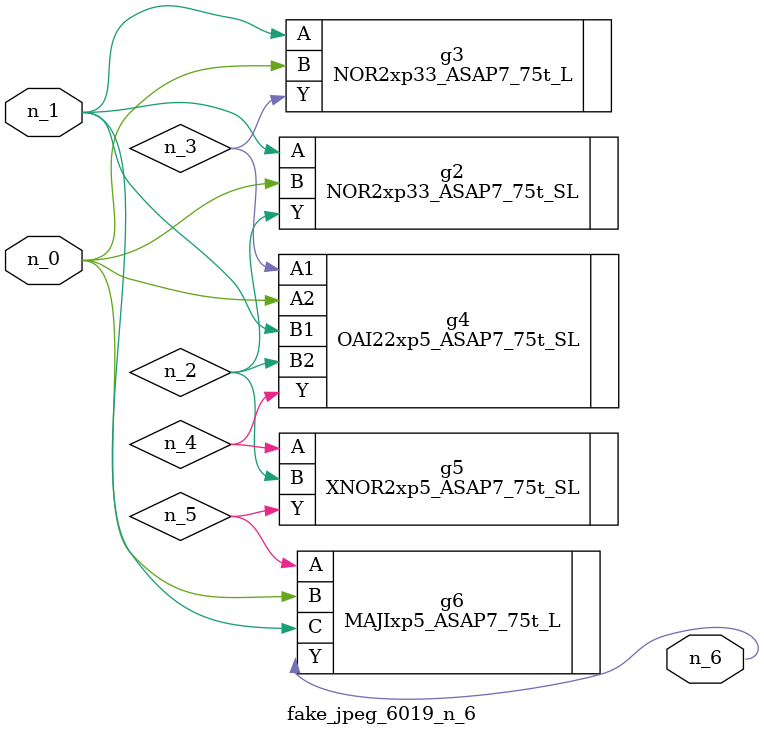
<source format=v>
module fake_jpeg_6019_n_6 (n_0, n_1, n_6);

input n_0;
input n_1;

output n_6;

wire n_2;
wire n_3;
wire n_4;
wire n_5;

NOR2xp33_ASAP7_75t_SL g2 ( 
.A(n_1),
.B(n_0),
.Y(n_2)
);

NOR2xp33_ASAP7_75t_L g3 ( 
.A(n_1),
.B(n_0),
.Y(n_3)
);

OAI22xp5_ASAP7_75t_SL g4 ( 
.A1(n_3),
.A2(n_0),
.B1(n_1),
.B2(n_2),
.Y(n_4)
);

XNOR2xp5_ASAP7_75t_SL g5 ( 
.A(n_4),
.B(n_2),
.Y(n_5)
);

MAJIxp5_ASAP7_75t_L g6 ( 
.A(n_5),
.B(n_0),
.C(n_1),
.Y(n_6)
);


endmodule
</source>
